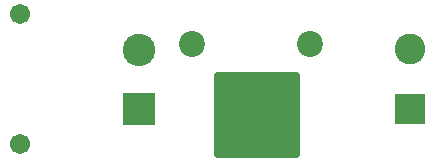
<source format=gbr>
%TF.GenerationSoftware,KiCad,Pcbnew,8.0.8*%
%TF.CreationDate,2025-05-09T18:55:12-05:00*%
%TF.ProjectId,PCB_screwSwitch,5043425f-7363-4726-9577-537769746368,rev?*%
%TF.SameCoordinates,Original*%
%TF.FileFunction,Soldermask,Top*%
%TF.FilePolarity,Negative*%
%FSLAX46Y46*%
G04 Gerber Fmt 4.6, Leading zero omitted, Abs format (unit mm)*
G04 Created by KiCad (PCBNEW 8.0.8) date 2025-05-09 18:55:12*
%MOMM*%
%LPD*%
G01*
G04 APERTURE LIST*
G04 Aperture macros list*
%AMRoundRect*
0 Rectangle with rounded corners*
0 $1 Rounding radius*
0 $2 $3 $4 $5 $6 $7 $8 $9 X,Y pos of 4 corners*
0 Add a 4 corners polygon primitive as box body*
4,1,4,$2,$3,$4,$5,$6,$7,$8,$9,$2,$3,0*
0 Add four circle primitives for the rounded corners*
1,1,$1+$1,$2,$3*
1,1,$1+$1,$4,$5*
1,1,$1+$1,$6,$7*
1,1,$1+$1,$8,$9*
0 Add four rect primitives between the rounded corners*
20,1,$1+$1,$2,$3,$4,$5,0*
20,1,$1+$1,$4,$5,$6,$7,0*
20,1,$1+$1,$6,$7,$8,$9,0*
20,1,$1+$1,$8,$9,$2,$3,0*%
G04 Aperture macros list end*
%ADD10C,1.524000*%
%ADD11C,2.200000*%
%ADD12RoundRect,0.102000X-3.500000X-3.500000X3.500000X-3.500000X3.500000X3.500000X-3.500000X3.500000X0*%
%ADD13C,2.754000*%
%ADD14RoundRect,0.102000X1.275000X-1.275000X1.275000X1.275000X-1.275000X1.275000X-1.275000X-1.275000X0*%
%ADD15C,1.712000*%
%ADD16R,2.600000X2.600000*%
%ADD17C,2.600000*%
G04 APERTURE END LIST*
D10*
%TO.C,Front*%
X162500000Y-85000000D03*
%TD*%
D11*
%TO.C,2mm*%
X167000000Y-79000000D03*
%TD*%
D12*
%TO.C,Back*%
X162500000Y-85000000D03*
%TD*%
D13*
%TO.C,J1*%
X152500000Y-79500000D03*
D14*
X152500000Y-84500000D03*
D15*
X142500000Y-76500000D03*
X142500000Y-87500000D03*
%TD*%
D16*
%TO.C,J2*%
X175500000Y-84545000D03*
D17*
X175500000Y-79465000D03*
%TD*%
D11*
%TO.C,2mm*%
X157000000Y-79000000D03*
%TD*%
M02*

</source>
